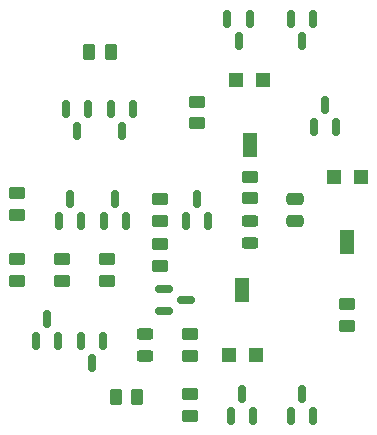
<source format=gbr>
%TF.GenerationSoftware,KiCad,Pcbnew,8.0.0*%
%TF.CreationDate,2024-12-08T17:21:19+02:00*%
%TF.ProjectId,Proiect1,50726f69-6563-4743-912e-6b696361645f,rev?*%
%TF.SameCoordinates,PX3aa6a60PY6dac2c0*%
%TF.FileFunction,Paste,Top*%
%TF.FilePolarity,Positive*%
%FSLAX46Y46*%
G04 Gerber Fmt 4.6, Leading zero omitted, Abs format (unit mm)*
G04 Created by KiCad (PCBNEW 8.0.0) date 2024-12-08 17:21:19*
%MOMM*%
%LPD*%
G01*
G04 APERTURE LIST*
G04 Aperture macros list*
%AMRoundRect*
0 Rectangle with rounded corners*
0 $1 Rounding radius*
0 $2 $3 $4 $5 $6 $7 $8 $9 X,Y pos of 4 corners*
0 Add a 4 corners polygon primitive as box body*
4,1,4,$2,$3,$4,$5,$6,$7,$8,$9,$2,$3,0*
0 Add four circle primitives for the rounded corners*
1,1,$1+$1,$2,$3*
1,1,$1+$1,$4,$5*
1,1,$1+$1,$6,$7*
1,1,$1+$1,$8,$9*
0 Add four rect primitives between the rounded corners*
20,1,$1+$1,$2,$3,$4,$5,0*
20,1,$1+$1,$4,$5,$6,$7,0*
20,1,$1+$1,$6,$7,$8,$9,0*
20,1,$1+$1,$8,$9,$2,$3,0*%
G04 Aperture macros list end*
%ADD10RoundRect,0.150000X0.150000X-0.587500X0.150000X0.587500X-0.150000X0.587500X-0.150000X-0.587500X0*%
%ADD11RoundRect,0.150000X-0.150000X0.587500X-0.150000X-0.587500X0.150000X-0.587500X0.150000X0.587500X0*%
%ADD12RoundRect,0.250000X0.450000X-0.262500X0.450000X0.262500X-0.450000X0.262500X-0.450000X-0.262500X0*%
%ADD13RoundRect,0.250000X-0.262500X-0.450000X0.262500X-0.450000X0.262500X0.450000X-0.262500X0.450000X0*%
%ADD14RoundRect,0.250000X-0.450000X0.262500X-0.450000X-0.262500X0.450000X-0.262500X0.450000X0.262500X0*%
%ADD15RoundRect,0.150000X-0.587500X-0.150000X0.587500X-0.150000X0.587500X0.150000X-0.587500X0.150000X0*%
%ADD16R,1.300000X1.300000*%
%ADD17R,1.300000X2.000000*%
%ADD18RoundRect,0.250000X-0.475000X0.250000X-0.475000X-0.250000X0.475000X-0.250000X0.475000X0.250000X0*%
%ADD19RoundRect,0.243750X0.456250X-0.243750X0.456250X0.243750X-0.456250X0.243750X-0.456250X-0.243750X0*%
%ADD20RoundRect,0.243750X-0.456250X0.243750X-0.456250X-0.243750X0.456250X-0.243750X0.456250X0.243750X0*%
G04 APERTURE END LIST*
D10*
%TO.C,Q4*%
X16830000Y19382500D03*
X18730000Y19382500D03*
X17780000Y21257500D03*
%TD*%
%TO.C,Q6*%
X25720000Y2872500D03*
X27620000Y2872500D03*
X26670000Y4747500D03*
%TD*%
D11*
%TO.C,Q12*%
X12380000Y28877500D03*
X10480000Y28877500D03*
X11430000Y27002500D03*
%TD*%
%TO.C,Q11*%
X9840000Y9192500D03*
X7940000Y9192500D03*
X8890000Y7317500D03*
%TD*%
D12*
%TO.C,R4*%
X17145000Y2897500D03*
X17145000Y4722500D03*
%TD*%
D13*
%TO.C,R9*%
X10875000Y4445000D03*
X12700000Y4445000D03*
%TD*%
D11*
%TO.C,Q2*%
X22225000Y36497500D03*
X20325000Y36497500D03*
X21275000Y34622500D03*
%TD*%
D14*
%TO.C,R2*%
X17780000Y29487500D03*
X17780000Y27662500D03*
%TD*%
D10*
%TO.C,Q1*%
X27625000Y27335000D03*
X29525000Y27335000D03*
X28575000Y29210000D03*
%TD*%
D12*
%TO.C,R8*%
X6350000Y14327500D03*
X6350000Y16152500D03*
%TD*%
D13*
%TO.C,R10*%
X8612500Y33655000D03*
X10437500Y33655000D03*
%TD*%
D10*
%TO.C,Q10*%
X4130000Y9222500D03*
X6030000Y9222500D03*
X5080000Y11097500D03*
%TD*%
D15*
%TO.C,Q5*%
X14937500Y13650000D03*
X14937500Y11750000D03*
X16812500Y12700000D03*
%TD*%
D12*
%TO.C,R5*%
X14605000Y19407500D03*
X14605000Y21232500D03*
%TD*%
D10*
%TO.C,Q9*%
X6035000Y19382500D03*
X7935000Y19382500D03*
X6985000Y21257500D03*
%TD*%
D11*
%TO.C,Q3*%
X27620000Y36497500D03*
X25720000Y36497500D03*
X26670000Y34622500D03*
%TD*%
D14*
%TO.C,R11*%
X2540000Y16152500D03*
X2540000Y14327500D03*
%TD*%
%TO.C,R1*%
X22225000Y23137500D03*
X22225000Y21312500D03*
%TD*%
D11*
%TO.C,Q13*%
X8570000Y28877500D03*
X6670000Y28877500D03*
X7620000Y27002500D03*
%TD*%
D16*
%TO.C,RV1*%
X29330000Y23070000D03*
D17*
X30480000Y17570000D03*
D16*
X31630000Y23070000D03*
%TD*%
D14*
%TO.C,Rload1*%
X30480000Y12342500D03*
X30480000Y10517500D03*
%TD*%
D16*
%TO.C,RV2*%
X21075000Y31325000D03*
D17*
X22225000Y25825000D03*
D16*
X23375000Y31325000D03*
%TD*%
D14*
%TO.C,R7*%
X10160000Y16152500D03*
X10160000Y14327500D03*
%TD*%
D18*
%TO.C,C1*%
X26035000Y21270000D03*
X26035000Y19370000D03*
%TD*%
D14*
%TO.C,R6*%
X14605000Y17422500D03*
X14605000Y15597500D03*
%TD*%
D10*
%TO.C,Q7*%
X20640000Y2872500D03*
X22540000Y2872500D03*
X21590000Y4747500D03*
%TD*%
D14*
%TO.C,R3*%
X17145000Y9802500D03*
X17145000Y7977500D03*
%TD*%
D19*
%TO.C,D1*%
X22225000Y17477500D03*
X22225000Y19352500D03*
%TD*%
D10*
%TO.C,Q8*%
X9845000Y19382500D03*
X11745000Y19382500D03*
X10795000Y21257500D03*
%TD*%
D16*
%TO.C,RV3*%
X22740000Y8045000D03*
D17*
X21590000Y13545000D03*
D16*
X20440000Y8045000D03*
%TD*%
D20*
%TO.C,D2*%
X13335000Y9827500D03*
X13335000Y7952500D03*
%TD*%
D14*
%TO.C,R12*%
X2540000Y21740500D03*
X2540000Y19915500D03*
%TD*%
M02*

</source>
